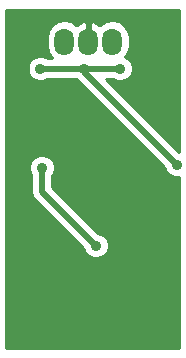
<source format=gbr>
G04 #@! TF.FileFunction,Copper,L2,Bot,Signal*
%FSLAX46Y46*%
G04 Gerber Fmt 4.6, Leading zero omitted, Abs format (unit mm)*
G04 Created by KiCad (PCBNEW (2014-12-30 BZR 5343)-product) date 2015年01月08日 星期四 21时34分46秒*
%MOMM*%
G01*
G04 APERTURE LIST*
%ADD10C,0.100000*%
%ADD11O,1.651000X2.286000*%
%ADD12C,0.889000*%
%ADD13C,0.508000*%
%ADD14C,0.254000*%
G04 APERTURE END LIST*
D10*
D11*
X158623000Y-71374000D03*
X160655000Y-71374000D03*
X162687000Y-71374000D03*
D12*
X154178000Y-89281000D03*
X156845000Y-89281000D03*
X168021000Y-89535000D03*
X154432000Y-75946000D03*
X156591000Y-73660000D03*
X160274000Y-73660000D03*
X163322000Y-73660000D03*
X168148000Y-81788000D03*
X156718000Y-82042000D03*
X161290000Y-88646000D03*
D13*
X156845000Y-89281000D02*
X154178000Y-89281000D01*
X168021000Y-89535000D02*
X154432000Y-75946000D01*
X160274000Y-73660000D02*
X156591000Y-73660000D01*
X163322000Y-73660000D02*
X160274000Y-73660000D01*
X168148000Y-81788000D02*
X160274000Y-73914000D01*
X160274000Y-73914000D02*
X160274000Y-73660000D01*
X156718000Y-84074000D02*
X156718000Y-82042000D01*
X161290000Y-88646000D02*
X156718000Y-84074000D01*
D14*
G36*
X168315000Y-97315000D02*
X162369687Y-97315000D01*
X162369687Y-88432216D01*
X162205689Y-88035311D01*
X161902286Y-87731378D01*
X161505668Y-87566687D01*
X161467890Y-87566654D01*
X157607000Y-83705764D01*
X157607000Y-82679863D01*
X157632622Y-82654286D01*
X157797313Y-82257668D01*
X157797687Y-81828216D01*
X157633689Y-81431311D01*
X157330286Y-81127378D01*
X156933668Y-80962687D01*
X156504216Y-80962313D01*
X156107311Y-81126311D01*
X155803378Y-81429714D01*
X155638687Y-81826332D01*
X155638313Y-82255784D01*
X155802311Y-82652689D01*
X155829000Y-82679424D01*
X155829000Y-84074000D01*
X155896671Y-84414206D01*
X156089382Y-84702618D01*
X160210344Y-88823580D01*
X160210313Y-88859784D01*
X160374311Y-89256689D01*
X160677714Y-89560622D01*
X161074332Y-89725313D01*
X161503784Y-89725687D01*
X161900689Y-89561689D01*
X162204622Y-89258286D01*
X162369313Y-88861668D01*
X162369687Y-88432216D01*
X162369687Y-97315000D01*
X153685000Y-97315000D01*
X153685000Y-68685000D01*
X168315000Y-68685000D01*
X168315000Y-80697764D01*
X162166236Y-74549000D01*
X162684136Y-74549000D01*
X162709714Y-74574622D01*
X163106332Y-74739313D01*
X163535784Y-74739687D01*
X163932689Y-74575689D01*
X164236622Y-74272286D01*
X164401313Y-73875668D01*
X164401687Y-73446216D01*
X164237689Y-73049311D01*
X163934286Y-72745378D01*
X163773486Y-72678607D01*
X164036326Y-72285242D01*
X164147500Y-71726333D01*
X164147500Y-71021667D01*
X164036326Y-70462758D01*
X163719729Y-69988938D01*
X163245909Y-69672341D01*
X162687000Y-69561167D01*
X162128091Y-69672341D01*
X161654271Y-69988938D01*
X161648691Y-69997288D01*
X161597927Y-69933968D01*
X161096577Y-69658573D01*
X161008044Y-69639312D01*
X160782000Y-69760960D01*
X160782000Y-71247000D01*
X160802000Y-71247000D01*
X160802000Y-71501000D01*
X160782000Y-71501000D01*
X160782000Y-71521000D01*
X160528000Y-71521000D01*
X160528000Y-71501000D01*
X160508000Y-71501000D01*
X160508000Y-71247000D01*
X160528000Y-71247000D01*
X160528000Y-69760960D01*
X160301956Y-69639312D01*
X160213423Y-69658573D01*
X159712073Y-69933968D01*
X159661308Y-69997288D01*
X159655729Y-69988938D01*
X159181909Y-69672341D01*
X158623000Y-69561167D01*
X158064091Y-69672341D01*
X157590271Y-69988938D01*
X157273674Y-70462758D01*
X157162500Y-71021667D01*
X157162500Y-71726333D01*
X157273674Y-72285242D01*
X157590271Y-72759062D01*
X157608137Y-72771000D01*
X157228863Y-72771000D01*
X157203286Y-72745378D01*
X156806668Y-72580687D01*
X156377216Y-72580313D01*
X155980311Y-72744311D01*
X155676378Y-73047714D01*
X155511687Y-73444332D01*
X155511313Y-73873784D01*
X155675311Y-74270689D01*
X155978714Y-74574622D01*
X156375332Y-74739313D01*
X156804784Y-74739687D01*
X157201689Y-74575689D01*
X157228424Y-74549000D01*
X159636136Y-74549000D01*
X159661714Y-74574622D01*
X159688514Y-74585750D01*
X167068344Y-81965580D01*
X167068313Y-82001784D01*
X167232311Y-82398689D01*
X167535714Y-82702622D01*
X167932332Y-82867313D01*
X168315000Y-82867646D01*
X168315000Y-97315000D01*
X168315000Y-97315000D01*
G37*
X168315000Y-97315000D02*
X162369687Y-97315000D01*
X162369687Y-88432216D01*
X162205689Y-88035311D01*
X161902286Y-87731378D01*
X161505668Y-87566687D01*
X161467890Y-87566654D01*
X157607000Y-83705764D01*
X157607000Y-82679863D01*
X157632622Y-82654286D01*
X157797313Y-82257668D01*
X157797687Y-81828216D01*
X157633689Y-81431311D01*
X157330286Y-81127378D01*
X156933668Y-80962687D01*
X156504216Y-80962313D01*
X156107311Y-81126311D01*
X155803378Y-81429714D01*
X155638687Y-81826332D01*
X155638313Y-82255784D01*
X155802311Y-82652689D01*
X155829000Y-82679424D01*
X155829000Y-84074000D01*
X155896671Y-84414206D01*
X156089382Y-84702618D01*
X160210344Y-88823580D01*
X160210313Y-88859784D01*
X160374311Y-89256689D01*
X160677714Y-89560622D01*
X161074332Y-89725313D01*
X161503784Y-89725687D01*
X161900689Y-89561689D01*
X162204622Y-89258286D01*
X162369313Y-88861668D01*
X162369687Y-88432216D01*
X162369687Y-97315000D01*
X153685000Y-97315000D01*
X153685000Y-68685000D01*
X168315000Y-68685000D01*
X168315000Y-80697764D01*
X162166236Y-74549000D01*
X162684136Y-74549000D01*
X162709714Y-74574622D01*
X163106332Y-74739313D01*
X163535784Y-74739687D01*
X163932689Y-74575689D01*
X164236622Y-74272286D01*
X164401313Y-73875668D01*
X164401687Y-73446216D01*
X164237689Y-73049311D01*
X163934286Y-72745378D01*
X163773486Y-72678607D01*
X164036326Y-72285242D01*
X164147500Y-71726333D01*
X164147500Y-71021667D01*
X164036326Y-70462758D01*
X163719729Y-69988938D01*
X163245909Y-69672341D01*
X162687000Y-69561167D01*
X162128091Y-69672341D01*
X161654271Y-69988938D01*
X161648691Y-69997288D01*
X161597927Y-69933968D01*
X161096577Y-69658573D01*
X161008044Y-69639312D01*
X160782000Y-69760960D01*
X160782000Y-71247000D01*
X160802000Y-71247000D01*
X160802000Y-71501000D01*
X160782000Y-71501000D01*
X160782000Y-71521000D01*
X160528000Y-71521000D01*
X160528000Y-71501000D01*
X160508000Y-71501000D01*
X160508000Y-71247000D01*
X160528000Y-71247000D01*
X160528000Y-69760960D01*
X160301956Y-69639312D01*
X160213423Y-69658573D01*
X159712073Y-69933968D01*
X159661308Y-69997288D01*
X159655729Y-69988938D01*
X159181909Y-69672341D01*
X158623000Y-69561167D01*
X158064091Y-69672341D01*
X157590271Y-69988938D01*
X157273674Y-70462758D01*
X157162500Y-71021667D01*
X157162500Y-71726333D01*
X157273674Y-72285242D01*
X157590271Y-72759062D01*
X157608137Y-72771000D01*
X157228863Y-72771000D01*
X157203286Y-72745378D01*
X156806668Y-72580687D01*
X156377216Y-72580313D01*
X155980311Y-72744311D01*
X155676378Y-73047714D01*
X155511687Y-73444332D01*
X155511313Y-73873784D01*
X155675311Y-74270689D01*
X155978714Y-74574622D01*
X156375332Y-74739313D01*
X156804784Y-74739687D01*
X157201689Y-74575689D01*
X157228424Y-74549000D01*
X159636136Y-74549000D01*
X159661714Y-74574622D01*
X159688514Y-74585750D01*
X167068344Y-81965580D01*
X167068313Y-82001784D01*
X167232311Y-82398689D01*
X167535714Y-82702622D01*
X167932332Y-82867313D01*
X168315000Y-82867646D01*
X168315000Y-97315000D01*
M02*

</source>
